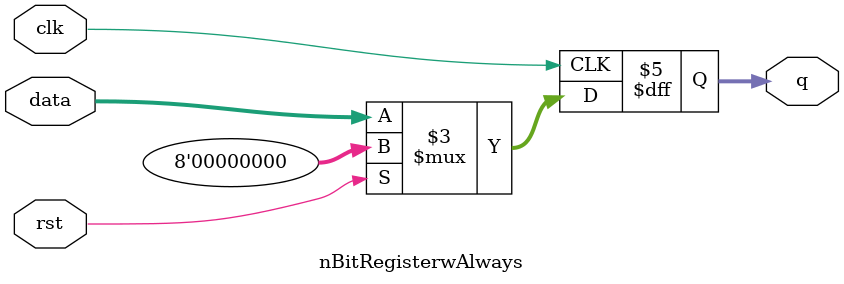
<source format=v>
`timescale 1ns/1ns
module nBitRegisterwAlways(data, rst, clk, q);
	parameter SIZE = 8;
	input [SIZE-1:0]data;
	input clk, rst;
	output reg [SIZE-1:0]q;

	always@(negedge clk) begin
		if(rst)
			#30 q <= 0;
		else
			#30 q <= data;
	end
endmodule

</source>
